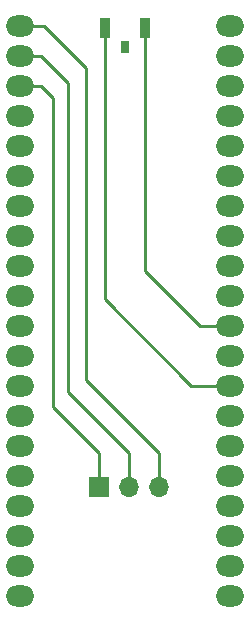
<source format=gbr>
%TF.GenerationSoftware,KiCad,Pcbnew,7.0.5*%
%TF.CreationDate,2024-02-18T16:55:48-05:00*%
%TF.ProjectId,pico-reset,7069636f-2d72-4657-9365-742e6b696361,rev?*%
%TF.SameCoordinates,Original*%
%TF.FileFunction,Copper,L2,Bot*%
%TF.FilePolarity,Positive*%
%FSLAX46Y46*%
G04 Gerber Fmt 4.6, Leading zero omitted, Abs format (unit mm)*
G04 Created by KiCad (PCBNEW 7.0.5) date 2024-02-18 16:55:48*
%MOMM*%
%LPD*%
G01*
G04 APERTURE LIST*
%TA.AperFunction,ComponentPad*%
%ADD10O,2.400000X1.800000*%
%TD*%
%TA.AperFunction,SMDPad,CuDef*%
%ADD11R,0.900000X1.700000*%
%TD*%
%TA.AperFunction,SMDPad,CuDef*%
%ADD12R,0.800000X1.100000*%
%TD*%
%TA.AperFunction,ComponentPad*%
%ADD13R,1.700000X1.700000*%
%TD*%
%TA.AperFunction,ComponentPad*%
%ADD14O,1.700000X1.700000*%
%TD*%
%TA.AperFunction,Conductor*%
%ADD15C,0.250000*%
%TD*%
G04 APERTURE END LIST*
D10*
%TO.P,A1,1,GP0*%
%TO.N,Net-(A1-GP0)*%
X111760000Y-81280000D03*
%TO.P,A1,2,GP1*%
%TO.N,Net-(A1-GP1)*%
X111760000Y-83820000D03*
%TO.P,A1,3,GND*%
%TO.N,GND*%
X111760000Y-86360000D03*
%TO.P,A1,4,GP2*%
%TO.N,unconnected-(A1-GP2-Pad4)*%
X111760000Y-88900000D03*
%TO.P,A1,5,GP3*%
%TO.N,unconnected-(A1-GP3-Pad5)*%
X111760000Y-91440000D03*
%TO.P,A1,6,GP4*%
%TO.N,unconnected-(A1-GP4-Pad6)*%
X111760000Y-93980000D03*
%TO.P,A1,7,GP5*%
%TO.N,unconnected-(A1-GP5-Pad7)*%
X111760000Y-96520000D03*
%TO.P,A1,8,GND*%
%TO.N,unconnected-(A1-GND-Pad8)*%
X111760000Y-99060000D03*
%TO.P,A1,9,GP6*%
%TO.N,unconnected-(A1-GP6-Pad9)*%
X111760000Y-101600000D03*
%TO.P,A1,10,GP7*%
%TO.N,unconnected-(A1-GP7-Pad10)*%
X111760000Y-104140000D03*
%TO.P,A1,11,GP8*%
%TO.N,unconnected-(A1-GP8-Pad11)*%
X111760000Y-106680000D03*
%TO.P,A1,12,GP9*%
%TO.N,unconnected-(A1-GP9-Pad12)*%
X111760000Y-109220000D03*
%TO.P,A1,13,GND*%
%TO.N,unconnected-(A1-GND-Pad13)*%
X111760000Y-111760000D03*
%TO.P,A1,14,GP10*%
%TO.N,unconnected-(A1-GP10-Pad14)*%
X111760000Y-114300000D03*
%TO.P,A1,15,GP11*%
%TO.N,unconnected-(A1-GP11-Pad15)*%
X111760000Y-116840000D03*
%TO.P,A1,16,GP12*%
%TO.N,unconnected-(A1-GP12-Pad16)*%
X111760000Y-119380000D03*
%TO.P,A1,17,GP13*%
%TO.N,unconnected-(A1-GP13-Pad17)*%
X111760000Y-121920000D03*
%TO.P,A1,18,GND*%
%TO.N,unconnected-(A1-GND-Pad18)*%
X111760000Y-124460000D03*
%TO.P,A1,19,GP14*%
%TO.N,unconnected-(A1-GP14-Pad19)*%
X111760000Y-127000000D03*
%TO.P,A1,20,GP15*%
%TO.N,unconnected-(A1-GP15-Pad20)*%
X111760000Y-129540000D03*
%TO.P,A1,21,GP16*%
%TO.N,unconnected-(A1-GP16-Pad21)*%
X129540000Y-129540000D03*
%TO.P,A1,22,GP17*%
%TO.N,unconnected-(A1-GP17-Pad22)*%
X129540000Y-127000000D03*
%TO.P,A1,23,GND*%
%TO.N,unconnected-(A1-GND-Pad23)*%
X129540000Y-124460000D03*
%TO.P,A1,24,GP18*%
%TO.N,unconnected-(A1-GP18-Pad24)*%
X129540000Y-121920000D03*
%TO.P,A1,25,GP19*%
%TO.N,unconnected-(A1-GP19-Pad25)*%
X129540000Y-119380000D03*
%TO.P,A1,26,GP20*%
%TO.N,unconnected-(A1-GP20-Pad26)*%
X129540000Y-116840000D03*
%TO.P,A1,27,GP21*%
%TO.N,unconnected-(A1-GP21-Pad27)*%
X129540000Y-114300000D03*
%TO.P,A1,28,GND*%
%TO.N,Net-(A1-GND-Pad28)*%
X129540000Y-111760000D03*
%TO.P,A1,29,GP22*%
%TO.N,unconnected-(A1-GP22-Pad29)*%
X129540000Y-109220000D03*
%TO.P,A1,30,RUN*%
%TO.N,Net-(A1-RUN)*%
X129540000Y-106680000D03*
%TO.P,A1,31,ADC0/GP26*%
%TO.N,unconnected-(A1-ADC0{slash}GP26-Pad31)*%
X129540000Y-104140000D03*
%TO.P,A1,32,ADC1/GP27*%
%TO.N,unconnected-(A1-ADC1{slash}GP27-Pad32)*%
X129540000Y-101600000D03*
%TO.P,A1,33,GND*%
%TO.N,unconnected-(A1-GND-Pad33)*%
X129540000Y-99060000D03*
%TO.P,A1,34,ADC2/GP28*%
%TO.N,unconnected-(A1-ADC2{slash}GP28-Pad34)*%
X129540000Y-96520000D03*
%TO.P,A1,35,ADC_VREF*%
%TO.N,unconnected-(A1-ADC_VREF-Pad35)*%
X129540000Y-93980000D03*
%TO.P,A1,36,3V3(OUT)*%
%TO.N,unconnected-(A1-3V3(OUT)-Pad36)*%
X129540000Y-91440000D03*
%TO.P,A1,37,~{3V3_EN}*%
%TO.N,unconnected-(A1-~{3V3_EN}-Pad37)*%
X129540000Y-88900000D03*
%TO.P,A1,38,GND*%
%TO.N,unconnected-(A1-GND-Pad38)*%
X129540000Y-86360000D03*
%TO.P,A1,39,VSYS*%
%TO.N,unconnected-(A1-VSYS-Pad39)*%
X129540000Y-83820000D03*
%TO.P,A1,40,VBUS*%
%TO.N,unconnected-(A1-VBUS-Pad40)*%
X129540000Y-81280000D03*
%TD*%
D11*
%TO.P,SW1,1*%
%TO.N,Net-(A1-RUN)*%
X122350000Y-81460000D03*
%TO.P,SW1,2*%
%TO.N,Net-(A1-GND-Pad28)*%
X118950000Y-81460000D03*
D12*
%TO.P,SW1,3*%
%TO.N,N/C*%
X120650000Y-83100000D03*
%TD*%
D13*
%TO.P,J2,1*%
%TO.N,GND*%
X118443146Y-120329108D03*
D14*
%TO.P,J2,2*%
%TO.N,Net-(A1-GP1)*%
X120983146Y-120329108D03*
%TO.P,J2,3*%
%TO.N,Net-(A1-GP0)*%
X123523146Y-120329108D03*
%TD*%
D15*
%TO.N,Net-(A1-GP1)*%
X113538000Y-83820000D02*
X111760000Y-83820000D01*
X115824000Y-112268000D02*
X115824000Y-86106000D01*
X120983146Y-117427146D02*
X115824000Y-112268000D01*
X120983146Y-120329108D02*
X120983146Y-117427146D01*
X115824000Y-86106000D02*
X113538000Y-83820000D01*
%TO.N,Net-(A1-GP0)*%
X117348000Y-111305981D02*
X123523146Y-117481127D01*
X123523146Y-117481127D02*
X123523146Y-120329108D01*
X117348000Y-84836000D02*
X117348000Y-111305981D01*
X111760000Y-81280000D02*
X113792000Y-81280000D01*
X113792000Y-81280000D02*
X117348000Y-84836000D01*
%TO.N,GND*%
X118443146Y-117427146D02*
X118443146Y-120329108D01*
X114554000Y-87376000D02*
X114554000Y-113538000D01*
X113538000Y-86360000D02*
X114554000Y-87376000D01*
X111760000Y-86360000D02*
X113538000Y-86360000D01*
X114554000Y-113538000D02*
X118443146Y-117427146D01*
%TO.N,Net-(A1-GND-Pad28)*%
X118950000Y-104456728D02*
X126253272Y-111760000D01*
X126253272Y-111760000D02*
X129540000Y-111760000D01*
X118950000Y-81460000D02*
X118950000Y-104456728D01*
%TO.N,Net-(A1-RUN)*%
X127000000Y-106680000D02*
X129540000Y-106680000D01*
X122350000Y-81460000D02*
X122350000Y-102030000D01*
X122350000Y-102030000D02*
X127000000Y-106680000D01*
%TD*%
M02*

</source>
